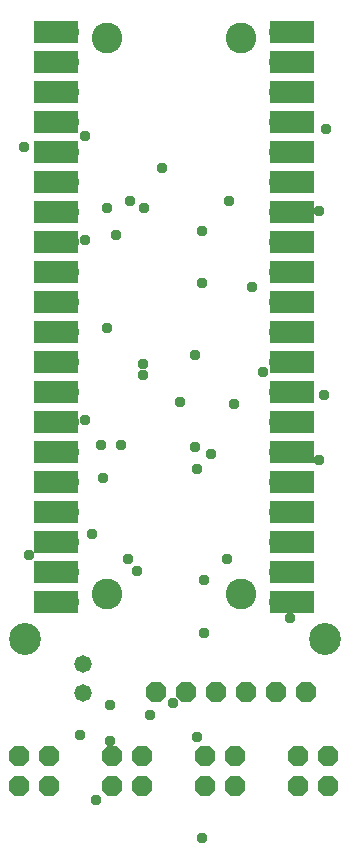
<source format=gbr>
G04 EAGLE Gerber RS-274X export*
G75*
%MOMM*%
%FSLAX34Y34*%
%LPD*%
%INSoldermask Top*%
%IPPOS*%
%AMOC8*
5,1,8,0,0,1.08239X$1,22.5*%
G01*
G04 Define Apertures*
%ADD10C,2.703200*%
%ADD11C,1.473200*%
%ADD12P,1.8695X8X22.5*%
%ADD13C,1.711200*%
%ADD14R,3.703200X1.903200*%
%ADD15C,2.603200*%
%ADD16C,0.959600*%
D10*
X277840Y217170D03*
X23840Y217170D03*
D11*
X72780Y171290D03*
X72780Y196290D03*
D12*
X160020Y172085D03*
X185420Y172085D03*
X210820Y172085D03*
X261620Y172085D03*
X134620Y172085D03*
X236220Y172085D03*
X19050Y92710D03*
X19050Y118110D03*
X44450Y92710D03*
X44450Y118110D03*
X97790Y92710D03*
X97790Y118110D03*
X123190Y92710D03*
X123190Y118110D03*
X176530Y92710D03*
X176530Y118110D03*
X201930Y92710D03*
X201930Y118110D03*
X255270Y92710D03*
X255270Y118110D03*
X280670Y92710D03*
X280670Y118110D03*
D13*
X60960Y731340D03*
X60960Y705940D03*
X60960Y578940D03*
X60960Y553540D03*
X60960Y680540D03*
X60960Y655140D03*
X60960Y604340D03*
X60960Y629740D03*
X60960Y528140D03*
X60960Y502740D03*
X60960Y477340D03*
X60960Y451940D03*
X60960Y426540D03*
X60960Y401140D03*
X60960Y375740D03*
X60960Y350340D03*
X60960Y324940D03*
X60960Y299540D03*
X60960Y274140D03*
X60960Y248740D03*
X238760Y248740D03*
X238760Y274140D03*
X238760Y299540D03*
X238760Y324940D03*
X238760Y350340D03*
X238760Y375740D03*
X238760Y401140D03*
X238760Y426540D03*
X238760Y451940D03*
X238760Y477340D03*
X238760Y502740D03*
X238760Y528140D03*
X238760Y553540D03*
X238760Y578940D03*
X238760Y604340D03*
X238760Y629740D03*
X238760Y655140D03*
X238760Y680540D03*
X238760Y705940D03*
X238760Y731340D03*
D14*
X49860Y731340D03*
X49860Y705940D03*
X49860Y680540D03*
X49860Y655140D03*
X49860Y629740D03*
X49860Y604340D03*
X49860Y578940D03*
X49860Y553540D03*
X49860Y528140D03*
X49860Y502740D03*
X49860Y477340D03*
X49860Y451940D03*
X49860Y426540D03*
X49860Y401140D03*
X49860Y375740D03*
X49860Y350340D03*
X49860Y324940D03*
X49860Y299540D03*
X49860Y274140D03*
X49860Y248740D03*
X249860Y248740D03*
X249860Y274140D03*
X249860Y299540D03*
X249860Y324940D03*
X249860Y350340D03*
X249860Y375740D03*
X249860Y401140D03*
X249860Y426540D03*
X249860Y451940D03*
X249860Y477340D03*
X249860Y502740D03*
X249860Y528140D03*
X249860Y553540D03*
X249860Y578940D03*
X249860Y604340D03*
X249860Y629740D03*
X249860Y655140D03*
X249860Y680540D03*
X249860Y705940D03*
X249860Y731340D03*
D15*
X206860Y726105D03*
X92860Y726105D03*
X206870Y254965D03*
X92860Y254965D03*
D16*
X80772Y306324D03*
X74676Y643128D03*
X100584Y559308D03*
X248412Y234696D03*
X92964Y480060D03*
X22860Y633984D03*
X88392Y381000D03*
X105156Y381000D03*
X92964Y582168D03*
X196596Y588264D03*
X124968Y582168D03*
X181356Y373380D03*
X167640Y379476D03*
X140208Y615696D03*
X112776Y588264D03*
X74676Y554736D03*
X118872Y274320D03*
X96012Y161544D03*
X96012Y131064D03*
X83820Y80772D03*
X123444Y440436D03*
X129540Y152400D03*
X123444Y449580D03*
X89916Y353568D03*
X74676Y402336D03*
X111252Y284988D03*
X27432Y288036D03*
X70104Y135636D03*
X225552Y443484D03*
X278892Y649224D03*
X216408Y515112D03*
X149352Y163068D03*
X277368Y423672D03*
X155448Y417576D03*
X167640Y457200D03*
X201168Y416052D03*
X169164Y361188D03*
X272796Y579120D03*
X169164Y134112D03*
X173736Y48768D03*
X272796Y368808D03*
X195072Y284988D03*
X175260Y266700D03*
X175260Y222504D03*
X173736Y562356D03*
X173736Y518160D03*
M02*

</source>
